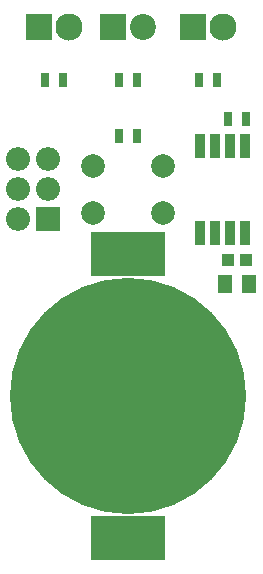
<source format=gts>
G04 #@! TF.FileFunction,Soldermask,Top*
%FSLAX46Y46*%
G04 Gerber Fmt 4.6, Leading zero omitted, Abs format (unit mm)*
G04 Created by KiCad (PCBNEW 4.0.0-rc1-stable) date 8/9/2016 11:22:53 PM*
%MOMM*%
G01*
G04 APERTURE LIST*
%ADD10C,0.100000*%
%ADD11R,6.300000X3.800000*%
%ADD12C,20.000000*%
%ADD13R,1.300000X1.550000*%
%ADD14R,1.100000X1.050000*%
%ADD15R,2.027200X2.027200*%
%ADD16O,2.027200X2.027200*%
%ADD17R,2.300000X2.300000*%
%ADD18C,2.300000*%
%ADD19R,2.200000X2.300000*%
%ADD20C,2.200000*%
%ADD21R,0.950000X2.000000*%
%ADD22R,0.800000X1.200000*%
%ADD23C,2.000000*%
G04 APERTURE END LIST*
D10*
D11*
X112000000Y-97000000D03*
D12*
X112000000Y-85000000D03*
D11*
X112000000Y-73000000D03*
D13*
X122250000Y-75500000D03*
X120250000Y-75500000D03*
D14*
X122000000Y-73500000D03*
X120500000Y-73500000D03*
D15*
X105250000Y-70000000D03*
D16*
X102710000Y-70000000D03*
X105250000Y-67460000D03*
X102710000Y-67460000D03*
X105250000Y-64920000D03*
X102710000Y-64920000D03*
D17*
X117500000Y-53750000D03*
D18*
X120040000Y-53750000D03*
D17*
X104500000Y-53750000D03*
D18*
X107040000Y-53750000D03*
D19*
X110750000Y-53750000D03*
D20*
X113290000Y-53750000D03*
D21*
X121905000Y-63850000D03*
X120635000Y-63850000D03*
X119365000Y-63850000D03*
X118095000Y-63850000D03*
X118095000Y-71150000D03*
X119365000Y-71150000D03*
X120635000Y-71150000D03*
X121905000Y-71150000D03*
D22*
X118000000Y-58250000D03*
X119500000Y-58250000D03*
X105000000Y-58250000D03*
X106500000Y-58250000D03*
X111250000Y-58250000D03*
X112750000Y-58250000D03*
X111250000Y-63000000D03*
X112750000Y-63000000D03*
X120500000Y-61500000D03*
X122000000Y-61500000D03*
D23*
X109000000Y-65500000D03*
X115000000Y-65500000D03*
X109000000Y-69500000D03*
X115000000Y-69500000D03*
M02*

</source>
